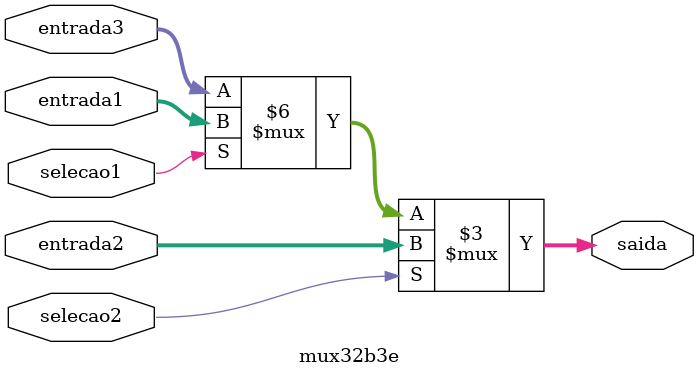
<source format=v>
module mux32b3e
#(parameter DATA_WIDTH=32, parameter ADDR_WIDTH=6, parameter A = 16'b0000000000000000, parameter B = 6'b000000)	
	(
	input [DATA_WIDTH - 1:0] entrada1,
	input [DATA_WIDTH - 1:0] entrada2,
	input [DATA_WIDTH - 1:0] entrada3,
	output reg [DATA_WIDTH - 1:0] saida,
	input selecao1,
	input selecao2);
	
	always @ (*)
	begin
		
		/* Ula */
		saida = entrada3;
		/* Memoria de dados */
		if (selecao1) saida = entrada1;
		/* PC atual */
		if (selecao2) saida = entrada2;
	
	end
	
endmodule
</source>
